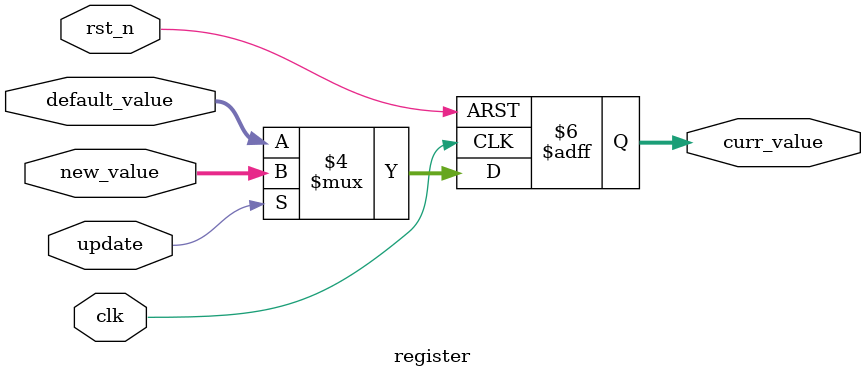
<source format=v>
module register (clk, rst_n, update, new_value, curr_value, default_value);
   parameter WIDTH=4;
   parameter RESET_VALUE=4'd0;

   input clk, rst_n;
   
   output [WIDTH-1:0] curr_value;
   input [WIDTH-1:0]  new_value, default_value;
   input 	      update;

   always @(posedge clk or negedge rst_n)
     if (!rst_n)
       curr_value[WIDTH-1:0] <= RESET_VALUE;
     else if (update)
       curr_value[WIDTH-1:0] <= new_value[WIDTH-1:0];
     else
       curr_value[WIDTH-1:0] <= default_value[WIDTH-1:0];

endmodule

	 

</source>
